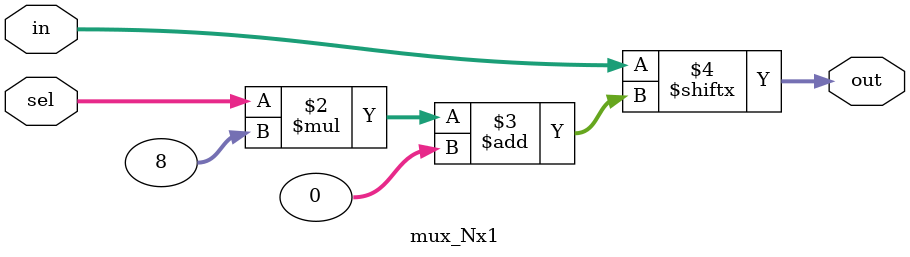
<source format=v>
module mux_Nx1 #(
    parameter N = 8,
    parameter WIDTH = 8
) (
    input  [N*WIDTH-1:0] in,
    input  [$clog2(N)-1:0] sel,
    output reg [WIDTH-1:0] out
);

always @(*) begin
    out = in[sel*WIDTH +: WIDTH];
end

endmodule

</source>
